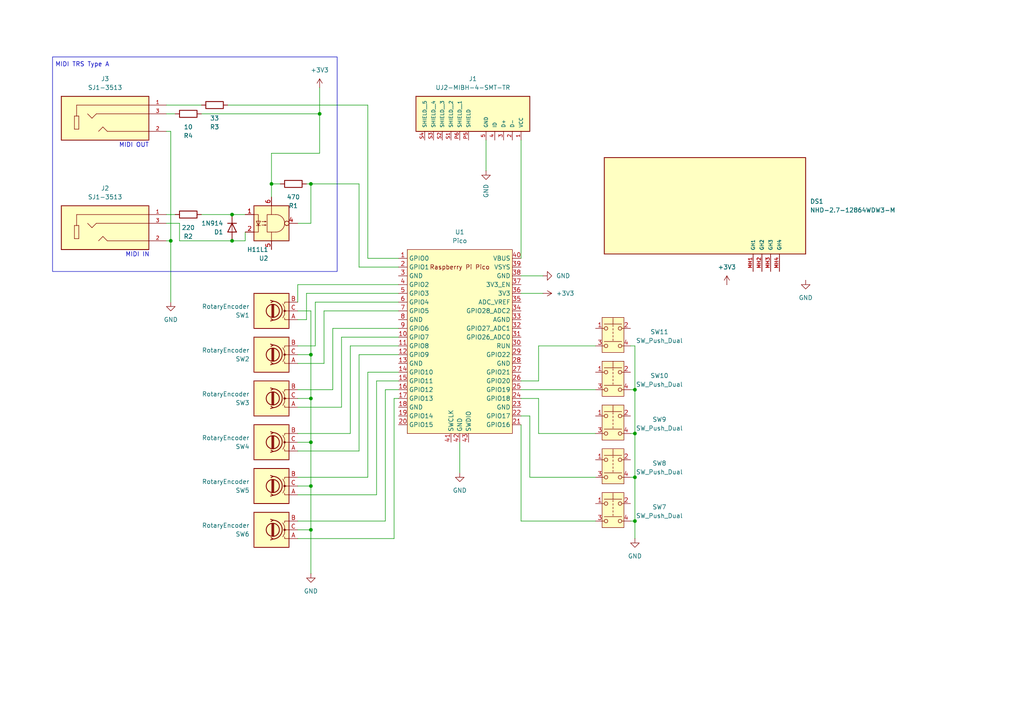
<source format=kicad_sch>
(kicad_sch (version 20231120) (generator "eeschema") (generator_version "8.0")
  (paper "A4")
  (title_block (title "Microgroove") (date "2024-03-13") (rev "v1.1") (comment 4 "https://github.com/afternoon/microgroove"))
  (lib_symbols
    (symbol "Device:R" (pin_numbers hide) (pin_names (offset 0))
      (property "Reference" "R" (at 2.032 0 90))
      (property "Value" "R" (at 0 0 90))
      (symbol "R_0_1"
        (rectangle (start -1.016 -2.54) (end 1.016 2.54) (stroke (width 0.254)))
      )
      (symbol "R_1_1"
        (pin passive line (at 0 3.81 270) (length 1.27) (name "~") (number "1"))
        (pin passive line (at 0 -3.81 90) (length 1.27) (name "~") (number "2"))
      )
    )
    (symbol "Device:RotaryEncoder" (pin_names (offset 0.254) hide)
      (property "Reference" "SW" (at 0 6.604 0))
      (property "Value" "RotaryEncoder" (at 0 -6.604 0))
      (symbol "RotaryEncoder_0_1"
        (rectangle (start -5.08 5.08) (end 5.08 -5.08) (stroke (width 0.254)) (fill (type background)))
        (circle (center -3.81 0) (radius 0.254) (fill (type outline)))
        (circle (center -0.381 0) (radius 1.905) (stroke (width 0.254)))
        (arc (start -0.381 2.667) (mid -3.0988 -0.0635) (end -0.381 -2.794) (stroke (width 0.254)))
        (polyline (pts (xy -0.635 -1.778) (xy -0.635 1.778)) (stroke (width 0.254)))
        (polyline (pts (xy -0.381 -1.778) (xy -0.381 1.778)) (stroke (width 0.254)))
        (polyline (pts (xy -0.127 1.778) (xy -0.127 -1.778)) (stroke (width 0.254)))
        (polyline (pts (xy -5.08 -2.54) (xy -3.81 -2.54) (xy -3.81 -2.032)))
        (polyline (pts (xy -5.08 2.54) (xy -3.81 2.54) (xy -3.81 2.032)))
        (polyline (pts (xy 0.254 -3.048) (xy -0.508 -2.794) (xy 0.127 -2.413)) (stroke (width 0.254)))
        (polyline (pts (xy 0.254 2.921) (xy -0.508 2.667) (xy 0.127 2.286)) (stroke (width 0.254)))
        (polyline (pts (xy -5.08 0) (xy -3.81 0) (xy -3.81 -1.016) (xy -3.302 -2.032)))
        (polyline (pts (xy -4.318 0) (xy -3.81 0) (xy -3.81 1.016) (xy -3.302 2.032)))
      )
      (symbol "RotaryEncoder_1_1"
        (pin passive line (at -7.62 2.54 0) (length 2.54) (name "A") (number "A"))
        (pin passive line (at -7.62 -2.54 0) (length 2.54) (name "B") (number "B"))
        (pin passive line (at -7.62 0 0) (length 2.54) (name "C") (number "C"))
      )
    )
    (symbol "Diode:1N914" (pin_numbers hide) (pin_names hide)
      (property "Reference" "D" (at 0 2.54 0))
      (property "Value" "1N914" (at 0 -2.54 0))
      (symbol "1N914_0_1"
        (polyline (pts (xy -1.27 1.27) (xy -1.27 -1.27)) (stroke (width 0.254)))
        (polyline (pts (xy 1.27 0) (xy -1.27 0)))
        (polyline (pts (xy 1.27 1.27) (xy 1.27 -1.27) (xy -1.27 0) (xy 1.27 1.27)) (stroke (width 0.254)))
      )
      (symbol "1N914_1_1"
        (pin passive line (at -3.81 0 0) (length 2.54) (name "K") (number "1"))
        (pin passive line (at 3.81 0 180) (length 2.54) (name "A") (number "2"))
      )
    )
    (symbol "Isolator:H11L1" (pin_names (offset 1.016))
      (property "Reference" "U" (at 1.27 8.89 0))
      (property "Value" "H11L1" (at 1.27 6.35 0))
      (symbol "H11L1_0_1"
        (rectangle (start -5.08 5.08) (end 5.08 -5.08) (stroke (width 0.254)) (fill (type background)))
        (polyline (pts (xy -4.445 -0.635) (xy -3.175 -0.635)))
        (polyline (pts (xy 0 2.54) (xy 0 5.08)))
        (polyline (pts (xy 0 -2.54) (xy 0 -5.08) (xy 0 -3.81)))
        (polyline (pts (xy -5.08 -2.54) (xy -3.81 -2.54) (xy -3.81 2.54) (xy -5.08 2.54)))
        (polyline (pts (xy -3.81 -0.635) (xy -4.445 0.635) (xy -3.175 0.635) (xy -3.81 -0.635)))
        (polyline (pts (xy 1.27 -2.54) (xy -1.27 -2.54) (xy -1.27 2.54) (xy 1.27 2.54)))
        (polyline (pts (xy -2.794 -0.508) (xy -1.524 -0.508) (xy -1.905 -0.635) (xy -1.905 -0.381) (xy -1.524 -0.508)))
        (polyline (pts (xy -2.794 0.508) (xy -1.524 0.508) (xy -1.905 0.381) (xy -1.905 0.635) (xy -1.524 0.508)))
        (arc (start 1.27 -2.54) (mid 3.799 0) (end 1.27 2.54))
      )
      (symbol "H11L1_1_1"
        (pin passive line (at -7.62 2.54 0) (length 2.54) (name "~") (number "1"))
        (pin passive line (at -7.62 -2.54 0) (length 2.54) (name "~") (number "2"))
        (pin no_connect line (at -5.08 0 0) (length 2.54) hide (name "~") (number "3"))
        (pin output inverted (at 7.62 0 180) (length 3.81) (name "~") (number "4"))
        (pin power_in line (at 0 -7.62 90) (length 2.54) (name "~") (number "5"))
        (pin power_in line (at 0 7.62 270) (length 2.54) (name "~") (number "6"))
      )
    )
    (symbol "MCU_RaspberryPi_and_Boards:Pico"
      (property "Reference" "U" (at -13.97 27.94 0))
      (property "Value" "Pico" (at 0 19.05 0))
      (symbol "Pico_0_0"
        (text "Raspberry Pi Pico" (at 0 21.59 0) (effects (font (size 1.27 1.27))))
      )
      (symbol "Pico_0_1"
        (rectangle (start -15.24 26.67) (end 15.24 -26.67) (fill (type background)))
      )
      (symbol "Pico_1_1"
        (pin bidirectional line (at -17.78 24.13 0) (length 2.54) (name "GPIO0") (number "1"))
        (pin bidirectional line (at -17.78 1.27 0) (length 2.54) (name "GPIO7") (number "10"))
        (pin bidirectional line (at -17.78 -1.27 0) (length 2.54) (name "GPIO8") (number "11"))
        (pin bidirectional line (at -17.78 -3.81 0) (length 2.54) (name "GPIO9") (number "12"))
        (pin power_in line (at -17.78 -6.35 0) (length 2.54) (name "GND") (number "13"))
        (pin bidirectional line (at -17.78 -8.89 0) (length 2.54) (name "GPIO10") (number "14"))
        (pin bidirectional line (at -17.78 -11.43 0) (length 2.54) (name "GPIO11") (number "15"))
        (pin bidirectional line (at -17.78 -13.97 0) (length 2.54) (name "GPIO12") (number "16"))
        (pin bidirectional line (at -17.78 -16.51 0) (length 2.54) (name "GPIO13") (number "17"))
        (pin power_in line (at -17.78 -19.05 0) (length 2.54) (name "GND") (number "18"))
        (pin bidirectional line (at -17.78 -21.59 0) (length 2.54) (name "GPIO14") (number "19"))
        (pin bidirectional line (at -17.78 21.59 0) (length 2.54) (name "GPIO1") (number "2"))
        (pin bidirectional line (at -17.78 -24.13 0) (length 2.54) (name "GPIO15") (number "20"))
        (pin bidirectional line (at 17.78 -24.13 180) (length 2.54) (name "GPIO16") (number "21"))
        (pin bidirectional line (at 17.78 -21.59 180) (length 2.54) (name "GPIO17") (number "22"))
        (pin power_in line (at 17.78 -19.05 180) (length 2.54) (name "GND") (number "23"))
        (pin bidirectional line (at 17.78 -16.51 180) (length 2.54) (name "GPIO18") (number "24"))
        (pin bidirectional line (at 17.78 -13.97 180) (length 2.54) (name "GPIO19") (number "25"))
        (pin bidirectional line (at 17.78 -11.43 180) (length 2.54) (name "GPIO20") (number "26"))
        (pin bidirectional line (at 17.78 -8.89 180) (length 2.54) (name "GPIO21") (number "27"))
        (pin power_in line (at 17.78 -6.35 180) (length 2.54) (name "GND") (number "28"))
        (pin bidirectional line (at 17.78 -3.81 180) (length 2.54) (name "GPIO22") (number "29"))
        (pin power_in line (at -17.78 19.05 0) (length 2.54) (name "GND") (number "3"))
        (pin input line (at 17.78 -1.27 180) (length 2.54) (name "RUN") (number "30"))
        (pin bidirectional line (at 17.78 1.27 180) (length 2.54) (name "GPIO26_ADC0") (number "31"))
        (pin bidirectional line (at 17.78 3.81 180) (length 2.54) (name "GPIO27_ADC1") (number "32"))
        (pin power_in line (at 17.78 6.35 180) (length 2.54) (name "AGND") (number "33"))
        (pin bidirectional line (at 17.78 8.89 180) (length 2.54) (name "GPIO28_ADC2") (number "34"))
        (pin power_in line (at 17.78 11.43 180) (length 2.54) (name "ADC_VREF") (number "35"))
        (pin power_in line (at 17.78 13.97 180) (length 2.54) (name "3V3") (number "36"))
        (pin input line (at 17.78 16.51 180) (length 2.54) (name "3V3_EN") (number "37"))
        (pin bidirectional line (at 17.78 19.05 180) (length 2.54) (name "GND") (number "38"))
        (pin power_in line (at 17.78 21.59 180) (length 2.54) (name "VSYS") (number "39"))
        (pin bidirectional line (at -17.78 16.51 0) (length 2.54) (name "GPIO2") (number "4"))
        (pin power_in line (at 17.78 24.13 180) (length 2.54) (name "VBUS") (number "40"))
        (pin input line (at -2.54 -29.21 90) (length 2.54) (name "SWCLK") (number "41"))
        (pin power_in line (at 0 -29.21 90) (length 2.54) (name "GND") (number "42"))
        (pin bidirectional line (at 2.54 -29.21 90) (length 2.54) (name "SWDIO") (number "43"))
        (pin bidirectional line (at -17.78 13.97 0) (length 2.54) (name "GPIO3") (number "5"))
        (pin bidirectional line (at -17.78 11.43 0) (length 2.54) (name "GPIO4") (number "6"))
        (pin bidirectional line (at -17.78 8.89 0) (length 2.54) (name "GPIO5") (number "7"))
        (pin power_in line (at -17.78 6.35 0) (length 2.54) (name "GND") (number "8"))
        (pin bidirectional line (at -17.78 3.81 0) (length 2.54) (name "GPIO6") (number "9"))
      )
    )
    (symbol "NHD-2.7-12864WDW3-M:NHD-2.7-12864WDW3-M" (pin_names (offset 1.016))
      (property "Reference" "DS" (at 34.29 7.62 0))
      (property "Value" "NHD-2.7-12864WDW3-M" (at 34.29 5.08 0))
      (symbol "NHD-2.7-12864WDW3-M_0_0"
        (rectangle (start 5.08 -55.88) (end 33.02 2.54) (stroke (width 0.254)) (fill (type background)))
        (pin bidirectional line (at 0 -40.64 0) (length 5.08) (name "GH1") (number "MH1"))
        (pin bidirectional line (at 0 -43.18 0) (length 5.08) (name "GH2") (number "MH2"))
        (pin bidirectional line (at 0 -45.72 0) (length 5.08) (name "GH3") (number "MH3"))
        (pin bidirectional line (at 0 -48.26 0) (length 5.08) (name "GH4") (number "MH4"))
      )
    )
    (symbol "SJ1-3513:SJ1-3513" (pin_names (offset 1.016))
      (property "Reference" "J" (at -12.7049 7.6229 0))
      (property "Value" "SJ1-3513" (at -12.7216 -12.7216 0))
      (symbol "SJ1-3513_0_0"
        (rectangle (start -12.7 -7.62) (end 12.7 5.08) (stroke (width 0.254)) (fill (type background)))
        (polyline (pts (xy -8.89 -4.445) (xy -7.62 -4.445)) (stroke (width 0.1524)))
        (polyline (pts (xy -8.89 -0.635) (xy -8.89 -4.445)) (stroke (width 0.1524)))
        (polyline (pts (xy -8.255 -0.635) (xy -8.89 -0.635)) (stroke (width 0.1524)))
        (polyline (pts (xy -8.255 2.54) (xy -8.255 -0.635)) (stroke (width 0.1524)))
        (polyline (pts (xy -7.62 -4.445) (xy -7.62 -0.635)) (stroke (width 0.1524)))
        (polyline (pts (xy -7.62 -0.635) (xy -8.255 -0.635)) (stroke (width 0.1524)))
        (polyline (pts (xy -3.81 -1.27) (xy -5.08 0)) (stroke (width 0.1524)))
        (polyline (pts (xy -2.54 0) (xy -3.81 -1.27)) (stroke (width 0.1524)))
        (polyline (pts (xy -0.635 -3.81) (xy -1.905 -5.08)) (stroke (width 0.1524)))
        (polyline (pts (xy 0.635 -5.08) (xy -0.635 -3.81)) (stroke (width 0.1524)))
        (polyline (pts (xy 12.7 -5.08) (xy 0.635 -5.08)) (stroke (width 0.1524)))
        (polyline (pts (xy 12.7 0) (xy -2.54 0)) (stroke (width 0.1524)))
        (polyline (pts (xy 12.7 2.54) (xy -8.255 2.54)) (stroke (width 0.1524)))
        (pin passive line (at 17.78 2.54 180) (length 5.08) (name "~") (number "1"))
        (pin passive line (at 17.78 -5.08 180) (length 5.08) (name "~") (number "2"))
        (pin passive line (at 17.78 0 180) (length 5.08) (name "~") (number "3"))
      )
    )
    (symbol "Switch:SW_Push_Dual" (pin_names (offset 1.016) hide)
      (property "Reference" "SW" (at 0 7.62 0))
      (property "Value" "SW_Push_Dual" (at 0 -6.35 0))
      (symbol "SW_Push_Dual_0_1"
        (circle (center -2.032 -2.54) (radius 0.508))
        (circle (center -2.032 2.54) (radius 0.508))
        (polyline (pts (xy 0 -0.508) (xy 0 -1.016)))
        (polyline (pts (xy 0 0.508) (xy 0 0)))
        (polyline (pts (xy 0 1.016) (xy 0 1.524)))
        (polyline (pts (xy 0 2.032) (xy 0 2.54)))
        (polyline (pts (xy 0 3.048) (xy 0 3.556)))
        (polyline (pts (xy 0 3.81) (xy 0 5.588)))
        (polyline (pts (xy 2.54 -1.27) (xy -2.54 -1.27)))
        (polyline (pts (xy 2.54 3.81) (xy -2.54 3.81)))
        (circle (center 2.032 -2.54) (radius 0.508))
        (circle (center 2.032 2.54) (radius 0.508))
        (pin passive line (at -5.08 2.54 0) (length 2.54) (name "1") (number "1"))
        (pin passive line (at 5.08 2.54 180) (length 2.54) (name "2") (number "2"))
        (pin passive line (at -5.08 -2.54 0) (length 2.54) (name "3") (number "3"))
        (pin passive line (at 5.08 -2.54 180) (length 2.54) (name "4") (number "4"))
      )
      (symbol "SW_Push_Dual_1_1"
        (rectangle (start -3.175 5.715) (end 3.175 -4.445) (fill (type background)))
      )
    )
    (symbol "UJ2-MIBH-4-SMT-TR:UJ2-MIBH-4-SMT-TR" (pin_names (offset 1.016))
      (property "Reference" "J" (at -5.08 10.6934 0))
      (property "Value" "UJ2-MIBH-4-SMT-TR" (at -5.08 -25.4254 0))
      (symbol "UJ2-MIBH-4-SMT-TR_0_0"
        (rectangle (start -5.08 -22.86) (end 5.08 10.16) (stroke (width 0.254)) (fill (type background)))
        (pin power_in line (at 7.62 7.62 180) (length 2.54) (name "VCC") (number "1"))
        (pin bidirectional line (at 7.62 5.08 180) (length 2.54) (name "D-") (number "2"))
        (pin bidirectional line (at 7.62 2.54 180) (length 2.54) (name "D+") (number "3"))
        (pin bidirectional line (at 7.62 0 180) (length 2.54) (name "ID") (number "4"))
        (pin power_in line (at 7.62 -2.54 180) (length 2.54) (name "GND") (number "5"))
        (pin passive line (at 7.62 -7.62 180) (length 2.54) (name "SHIELD") (number "P5"))
        (pin passive line (at 7.62 -10.16 180) (length 2.54) (name "SHIELD__1") (number "P6"))
        (pin passive line (at 7.62 -12.7 180) (length 2.54) (name "SHIELD__2") (number "S1"))
        (pin passive line (at 7.62 -15.24 180) (length 2.54) (name "SHIELD__3") (number "S2"))
        (pin passive line (at 7.62 -17.78 180) (length 2.54) (name "SHIELD__4") (number "S3"))
        (pin passive line (at 7.62 -20.32 180) (length 2.54) (name "SHIELD__5") (number "S4"))
      )
    )
    (symbol "power:+3V3" (power) (pin_numbers hide) (pin_names (offset 0) hide)
      (property "Value" "+3V3" (at 0 3.556 0))
      (symbol "+3V3_0_1"
        (polyline (pts (xy -0.762 1.27) (xy 0 2.54)))
        (polyline (pts (xy 0 0) (xy 0 2.54)))
        (polyline (pts (xy 0 2.54) (xy 0.762 1.27)))
      )
      (symbol "+3V3_1_1"
        (pin power_in line (at 0 0 90) (length 0) (name "~") (number "1"))
      )
    )
    (symbol "power:GND" (power) (pin_numbers hide) (pin_names (offset 0) hide)
      (property "Value" "GND" (at 0 -3.81 0))
      (symbol "GND_0_1"
        (polyline (pts (xy 0 0) (xy 0 -1.27) (xy 1.27 -1.27) (xy 0 -2.54) (xy -1.27 -1.27) (xy 0 -1.27)))
      )
      (symbol "GND_1_1"
        (pin power_in line (at 0 0 270) (length 0) (name "~") (number "1"))
      )
    )
    (symbol "power:VCC" (power) (pin_numbers hide) (pin_names (offset 0) hide)
      (property "Value" "VCC" (at 0 3.556 0))
      (symbol "VCC_0_1"
        (polyline (pts (xy -0.762 1.27) (xy 0 2.54)))
        (polyline (pts (xy 0 0) (xy 0 2.54)))
        (polyline (pts (xy 0 2.54) (xy 0.762 1.27)))
      )
      (symbol "VCC_1_1"
        (pin power_in line (at 0 0 90) (length 0) (name "~") (number "1"))
      )
    )
  )
  (junction (at 90.17 115.57))
  (junction (at 90.17 153.67))
  (junction (at 67.31 69.85))
  (junction (at 92.71 33.02))
  (junction (at 184.15 138.43))
  (junction (at 90.17 102.87))
  (junction (at 78.74 53.34))
  (junction (at 184.15 125.73))
  (junction (at 184.15 151.13))
  (junction (at 184.15 113.03))
  (junction (at 90.17 140.97))
  (junction (at 90.17 128.27))
  (junction (at 67.31 62.23))
  (junction (at 49.53 69.85))
  (junction (at 90.17 53.34))
  (wire (pts (xy 114.3 156.21) (xy 114.3 115.57)))
  (wire (pts (xy 71.12 69.85) (xy 67.31 69.85)))
  (wire (pts (xy 90.17 53.34) (xy 104.14 53.34)))
  (wire (pts (xy 101.6 125.73) (xy 101.6 100.33)))
  (wire (pts (xy 86.36 113.03) (xy 96.52 113.03)))
  (wire (pts (xy 71.12 62.23) (xy 67.31 62.23)))
  (wire (pts (xy 91.44 100.33) (xy 91.44 87.63)))
  (wire (pts (xy 182.88 125.73) (xy 184.15 125.73)))
  (wire (pts (xy 49.53 69.85) (xy 49.53 38.1)))
  (wire (pts (xy 86.36 153.67) (xy 90.17 153.67)))
  (wire (pts (xy 151.13 113.03) (xy 172.72 113.03)))
  (wire (pts (xy 86.36 128.27) (xy 90.17 128.27)))
  (wire (pts (xy 86.36 151.13) (xy 111.76 151.13)))
  (wire (pts (xy 133.35 128.27) (xy 133.35 137.16)))
  (wire (pts (xy 106.68 74.93) (xy 115.57 74.93)))
  (wire (pts (xy 114.3 115.57) (xy 115.57 115.57)))
  (wire (pts (xy 184.15 138.43) (xy 182.88 138.43)))
  (wire (pts (xy 50.8 62.23) (xy 48.26 62.23)))
  (wire (pts (xy 86.36 115.57) (xy 90.17 115.57)))
  (wire (pts (xy 99.06 97.79) (xy 115.57 97.79)))
  (wire (pts (xy 90.17 90.17) (xy 86.36 90.17)))
  (wire (pts (xy 93.98 105.41) (xy 93.98 90.17)))
  (wire (pts (xy 92.71 33.02) (xy 58.42 33.02)))
  (wire (pts (xy 184.15 100.33) (xy 182.88 100.33)))
  (wire (pts (xy 151.13 80.01) (xy 157.48 80.01)))
  (wire (pts (xy 86.36 102.87) (xy 90.17 102.87)))
  (wire (pts (xy 78.74 53.34) (xy 78.74 57.15)))
  (wire (pts (xy 106.68 107.95) (xy 115.57 107.95)))
  (wire (pts (xy 90.17 90.17) (xy 90.17 102.87)))
  (wire (pts (xy 92.71 44.45) (xy 92.71 33.02)))
  (wire (pts (xy 90.17 140.97) (xy 90.17 153.67)))
  (wire (pts (xy 111.76 113.03) (xy 115.57 113.03)))
  (wire (pts (xy 86.36 118.11) (xy 99.06 118.11)))
  (wire (pts (xy 81.28 53.34) (xy 78.74 53.34)))
  (wire (pts (xy 172.72 125.73) (xy 156.21 125.73)))
  (wire (pts (xy 67.31 69.85) (xy 52.07 69.85)))
  (wire (pts (xy 96.52 113.03) (xy 96.52 95.25)))
  (wire (pts (xy 90.17 128.27) (xy 90.17 140.97)))
  (wire (pts (xy 151.13 85.09) (xy 157.48 85.09)))
  (wire (pts (xy 104.14 102.87) (xy 115.57 102.87)))
  (wire (pts (xy 104.14 53.34) (xy 104.14 77.47)))
  (wire (pts (xy 90.17 153.67) (xy 90.17 166.37)))
  (wire (pts (xy 86.36 125.73) (xy 101.6 125.73)))
  (wire (pts (xy 140.97 40.64) (xy 140.97 49.53)))
  (wire (pts (xy 88.9 85.09) (xy 88.9 92.71)))
  (wire (pts (xy 109.22 110.49) (xy 115.57 110.49)))
  (wire (pts (xy 86.36 130.81) (xy 104.14 130.81)))
  (wire (pts (xy 151.13 123.19) (xy 151.13 151.13)))
  (wire (pts (xy 86.36 140.97) (xy 90.17 140.97)))
  (wire (pts (xy 86.36 143.51) (xy 109.22 143.51)))
  (wire (pts (xy 101.6 100.33) (xy 115.57 100.33)))
  (wire (pts (xy 71.12 67.31) (xy 71.12 69.85)))
  (wire (pts (xy 78.74 53.34) (xy 78.74 44.45)))
  (wire (pts (xy 184.15 138.43) (xy 184.15 125.73)))
  (wire (pts (xy 115.57 85.09) (xy 88.9 85.09)))
  (wire (pts (xy 156.21 115.57) (xy 156.21 125.73)))
  (wire (pts (xy 86.36 100.33) (xy 91.44 100.33)))
  (wire (pts (xy 92.71 25.4) (xy 92.71 33.02)))
  (wire (pts (xy 52.07 69.85) (xy 52.07 64.77)))
  (wire (pts (xy 184.15 125.73) (xy 184.15 113.03)))
  (wire (pts (xy 86.36 156.21) (xy 114.3 156.21)))
  (wire (pts (xy 86.36 105.41) (xy 93.98 105.41)))
  (wire (pts (xy 151.13 151.13) (xy 172.72 151.13)))
  (wire (pts (xy 104.14 77.47) (xy 115.57 77.47)))
  (wire (pts (xy 90.17 115.57) (xy 90.17 128.27)))
  (wire (pts (xy 86.36 92.71) (xy 88.9 92.71)))
  (wire (pts (xy 184.15 113.03) (xy 184.15 100.33)))
  (wire (pts (xy 106.68 138.43) (xy 106.68 107.95)))
  (wire (pts (xy 49.53 69.85) (xy 48.26 69.85)))
  (wire (pts (xy 151.13 110.49) (xy 156.21 110.49)))
  (wire (pts (xy 90.17 53.34) (xy 90.17 64.77)))
  (wire (pts (xy 66.04 30.48) (xy 106.68 30.48)))
  (wire (pts (xy 52.07 64.77) (xy 48.26 64.77)))
  (wire (pts (xy 106.68 30.48) (xy 106.68 74.93)))
  (wire (pts (xy 88.9 53.34) (xy 90.17 53.34)))
  (wire (pts (xy 104.14 130.81) (xy 104.14 102.87)))
  (wire (pts (xy 49.53 69.85) (xy 49.53 87.63)))
  (wire (pts (xy 86.36 64.77) (xy 90.17 64.77)))
  (wire (pts (xy 86.36 87.63) (xy 86.36 82.55)))
  (wire (pts (xy 86.36 138.43) (xy 106.68 138.43)))
  (wire (pts (xy 58.42 30.48) (xy 48.26 30.48)))
  (wire (pts (xy 184.15 151.13) (xy 182.88 151.13)))
  (wire (pts (xy 156.21 100.33) (xy 156.21 110.49)))
  (wire (pts (xy 78.74 44.45) (xy 92.71 44.45)))
  (wire (pts (xy 50.8 33.02) (xy 48.26 33.02)))
  (wire (pts (xy 172.72 138.43) (xy 153.67 138.43)))
  (wire (pts (xy 182.88 113.03) (xy 184.15 113.03)))
  (wire (pts (xy 86.36 82.55) (xy 115.57 82.55)))
  (wire (pts (xy 184.15 151.13) (xy 184.15 138.43)))
  (wire (pts (xy 49.53 38.1) (xy 48.26 38.1)))
  (wire (pts (xy 96.52 95.25) (xy 115.57 95.25)))
  (wire (pts (xy 151.13 40.64) (xy 151.13 74.93)))
  (wire (pts (xy 91.44 87.63) (xy 115.57 87.63)))
  (wire (pts (xy 172.72 100.33) (xy 156.21 100.33)))
  (wire (pts (xy 67.31 62.23) (xy 58.42 62.23)))
  (wire (pts (xy 93.98 90.17) (xy 115.57 90.17)))
  (wire (pts (xy 99.06 118.11) (xy 99.06 97.79)))
  (wire (pts (xy 90.17 102.87) (xy 90.17 115.57)))
  (wire (pts (xy 109.22 143.51) (xy 109.22 110.49)))
  (wire (pts (xy 153.67 120.65) (xy 153.67 138.43)))
  (wire (pts (xy 151.13 115.57) (xy 156.21 115.57)))
  (wire (pts (xy 153.67 120.65) (xy 151.13 120.65)))
  (wire (pts (xy 111.76 151.13) (xy 111.76 113.03)))
  (wire (pts (xy 184.15 156.21) (xy 184.15 151.13)))
  (rectangle (start 97.79 78.74) (end 15.24 16.51))
  (text "MIDI TRS Type A" (at 23.876 18.796 0) (effects (font (size 1.27 1.27))))
  (text "MIDI IN" (at 39.878 73.914 0) (effects (font (size 1.27 1.27))))
  (text "MIDI OUT" (at 38.862 42.164 0) (effects (font (size 1.27 1.27))))
  (symbol (lib_id "power:VCC") (at 92.71 25.4 0) (unit 1)
    (property "Reference" "#PWR013" (effects (hide yes)))
    (property "Value" "+3V3" (at 92.71 20.32 0))
    (property "Description" "Power symbol creates a global label with name \"VCC\"" (effects (hide yes)))
  )
  (symbol (lib_id "SJ1-3513:SJ1-3513") (at 30.48 64.77 0) (unit 1)
    (property "Reference" "J2" (at 30.48 54.61 0))
    (property "Value" "SJ1-3513" (at 30.48 57.15 0))
    (property "Footprint" "SJ1-3513:CUI_SJ1-3513" (effects (hide yes)))
    (property "PARTREV" "1.03" (effects (hide yes)))
    (property "STANDARD" "Manufacturer recommendation" (effects (hide yes)))
    (property "MANUFACTURER" "CUI" (effects (hide yes)))
  )
  (symbol (lib_id "Device:RotaryEncoder") (at 78.74 115.57 180) (unit 1)
    (property "Reference" "SW3" (at 72.39 116.8401 0) (effects (justify left)))
    (property "Value" "RotaryEncoder" (at 72.39 114.3001 0) (effects (justify left)))
    (property "Description" "Rotary encoder, dual channel, incremental quadrate outputs" (effects (hide yes)))
  )
  (symbol (lib_id "Device:RotaryEncoder") (at 78.74 153.67 180) (unit 1)
    (property "Reference" "SW6" (at 72.39 154.9401 0) (effects (justify left)))
    (property "Value" "RotaryEncoder" (at 72.39 152.4001 0) (effects (justify left)))
    (property "Description" "Rotary encoder, dual channel, incremental quadrate outputs" (effects (hide yes)))
  )
  (symbol (lib_id "Switch:SW_Push_Dual") (at 177.8 135.89 0) (unit 1)
    (property "Reference" "SW8" (at 191.262 134.366 0))
    (property "Value" "SW_Push_Dual" (at 191.262 136.906 0))
    (property "Description" "Push button switch, generic, symbol, four pins" (effects (hide yes)))
  )
  (symbol (lib_id "Switch:SW_Push_Dual") (at 177.8 148.59 0) (unit 1)
    (property "Reference" "SW7" (at 191.262 147.066 0))
    (property "Value" "SW_Push_Dual" (at 191.262 149.606 0))
    (property "Description" "Push button switch, generic, symbol, four pins" (effects (hide yes)))
  )
  (symbol (lib_id "power:+3V3") (at 157.48 85.09 270) (unit 1)
    (property "Reference" "#PWR019" (effects (hide yes)))
    (property "Value" "+3V3" (at 161.29 85.0899 90) (effects (justify left)))
    (property "Description" "Power symbol creates a global label with name \"+3V3\"" (effects (hide yes)))
  )
  (symbol (lib_id "Device:R") (at 54.61 33.02 270) (unit 1)
    (property "Reference" "R4" (at 54.61 39.37 90))
    (property "Value" "10" (at 54.61 36.83 90))
    (property "Description" "Resistor" (effects (hide yes)))
  )
  (symbol (lib_id "power:GND") (at 184.15 156.21 0) (unit 1)
    (property "Reference" "#PWR012" (effects (hide yes)))
    (property "Value" "GND" (at 184.15 161.29 0))
    (property "Description" "Power symbol creates a global label with name \"GND\" , ground" (effects (hide yes)))
  )
  (symbol (lib_id "Device:R") (at 54.61 62.23 270) (unit 1)
    (property "Reference" "R2" (at 54.61 68.58 90))
    (property "Value" "220" (at 54.61 66.04 90))
    (property "Description" "Resistor" (effects (hide yes)))
  )
  (symbol (lib_id "power:GND") (at 233.68 81.28 0) (unit 1)
    (property "Reference" "#PWR016" (effects (hide yes)))
    (property "Value" "GND" (at 233.68 86.36 0))
    (property "Description" "Power symbol creates a global label with name \"GND\" , ground" (effects (hide yes)))
  )
  (symbol (lib_id "Diode:1N914") (at 67.31 66.04 270) (unit 1)
    (property "Reference" "D1" (at 64.77 67.3101 90) (effects (justify right)))
    (property "Value" "1N914" (at 64.77 64.7701 90) (effects (justify right)))
    (property "Footprint" "Diode_THT:D_DO-35_SOD27_P7.62mm_Horizontal" (effects (hide yes)))
    (property "Datasheet" "http://www.vishay.com/docs/85622/1n914.pdf" (effects (hide yes)))
    (property "Description" "100V 0.3A Small Signal Fast Switching Diode, DO-35" (effects (hide yes)))
    (property "Sim.Device" "D" (effects (hide yes)))
    (property "Sim.Pins" "1=K 2=A" (effects (hide yes)))
  )
  (symbol (lib_id "Switch:SW_Push_Dual") (at 177.8 123.19 0) (unit 1)
    (property "Reference" "SW9" (at 191.262 121.666 0))
    (property "Value" "SW_Push_Dual" (at 191.262 124.206 0))
    (property "Description" "Push button switch, generic, symbol, four pins" (effects (hide yes)))
  )
  (symbol (lib_id "Device:RotaryEncoder") (at 78.74 102.87 180) (unit 1)
    (property "Reference" "SW2" (at 72.39 104.1401 0) (effects (justify left)))
    (property "Value" "RotaryEncoder" (at 72.39 101.6001 0) (effects (justify left)))
    (property "Description" "Rotary encoder, dual channel, incremental quadrate outputs" (effects (hide yes)))
  )
  (symbol (lib_id "Isolator:H11L1") (at 78.74 64.77 0) (unit 1)
    (property "Reference" "U2" (at 77.8511 74.93 0) (effects (justify right)))
    (property "Value" "H11L1" (at 77.8511 72.39 0) (effects (justify right)))
    (property "Datasheet" "https://www.onsemi.com/pub/Collateral/H11L3M-D.PDF" (effects (hide yes)))
    (property "Description" "Schmitt Trigger Output Optocoupler, High Speed, DIP-6, 1.6mA turn on threshold" (effects (hide yes)))
  )
  (symbol (lib_id "power:GND") (at 157.48 80.01 90) (unit 1)
    (property "Reference" "#PWR015" (effects (hide yes)))
    (property "Value" "GND" (at 161.29 80.0099 90) (effects (justify right)))
    (property "Description" "Power symbol creates a global label with name \"GND\" , ground" (effects (hide yes)))
  )
  (symbol (lib_id "NHD-2.7-12864WDW3-M:NHD-2.7-12864WDW3-M") (at 177.8 78.74 90) (unit 1)
    (property "Reference" "DS1" (at 234.95 58.4199 90) (effects (justify right)))
    (property "Value" "NHD-2.7-12864WDW3-M" (at 234.95 60.9599 90) (effects (justify right)))
    (property "Footprint" "NHD-2.7-12864WDW3-M:NHD2712864WDW3-M" (effects (hide yes)))
    (property "MANUFACTURER_NAME" "Newhaven Display" (effects (hide yes)))
    (property "MF" "Newhaven Display Intl" (effects (hide yes)))
    (property "MOUSER_PRICE-STOCK" "https://www.mouser.co.uk/ProductDetail/Newhaven-Display/NHD-2.7-12864WDW3?qs=EU6FO9ffTwf2tAy5%2FRPmRA%3D%3D" (effects (hide yes)))
    (property "DESCRIPTION" "LCD OLED GRAPHIC 128X64 WHT" (effects (hide yes)))
    (property "MOUSER_PART_NUMBER" "763-NHD2712864WDW3" (effects (hide yes)))
    (property "Price" "None" (effects (hide yes)))
    (property "Package" "None" (effects (hide yes)))
    (property "Check_prices" "https://www.snapeda.com/parts/NHD-2.7-12864WDW3-M/Newhaven+Display+Intl/view-part/?ref=eda" (effects (hide yes)))
    (property "HEIGHT" "6mm" (effects (hide yes)))
    (property "MP" "NHD-2.7-12864WDW3-M" (effects (hide yes)))
    (property "SnapEDA_Link" "https://www.snapeda.com/parts/NHD-2.7-12864WDW3-M/Newhaven+Display+Intl/view-part/?ref=snap" (effects (hide yes)))
    (property "Purchase-URL" "https://www.snapeda.com/api/url_track_click_mouser/?unipart_id=7271394&manufacturer=Newhaven Display Intl&part_name=NHD-2.7-12864WDW3-M&search_term=None" (effects (hide yes)))
    (property "Description_1" "\nGraphic LCD Display Module White OLED - Passive Matrix Parallel, 8-Bit, SPI 2.7 (68.58mm) 128 x 64\n" (effects (hide yes)))
    (property "Availability" "In Stock" (effects (hide yes)))
    (property "MANUFACTURER_PART_NUMBER" "NHD-2.7-12864WDW3" (effects (hide yes)))
  )
  (symbol (lib_id "Device:R") (at 85.09 53.34 270) (unit 1)
    (property "Reference" "R1" (at 85.09 59.69 90))
    (property "Value" "470" (at 85.09 57.15 90))
    (property "Description" "Resistor" (effects (hide yes)))
  )
  (symbol (lib_id "SJ1-3513:SJ1-3513") (at 30.48 33.02 0) (unit 1)
    (property "Reference" "J3" (at 30.48 22.86 0))
    (property "Value" "SJ1-3513" (at 30.48 25.4 0))
    (property "Footprint" "SJ1-3513:CUI_SJ1-3513" (effects (hide yes)))
    (property "PARTREV" "1.03" (effects (hide yes)))
    (property "STANDARD" "Manufacturer recommendation" (effects (hide yes)))
    (property "MANUFACTURER" "CUI" (effects (hide yes)))
  )
  (symbol (lib_id "Switch:SW_Push_Dual") (at 177.8 97.79 0) (unit 1)
    (property "Reference" "SW11" (at 191.262 96.266 0))
    (property "Value" "SW_Push_Dual" (at 191.262 98.806 0))
    (property "Description" "Push button switch, generic, symbol, four pins" (effects (hide yes)))
  )
  (symbol (lib_id "power:GND") (at 90.17 166.37 0) (unit 1)
    (property "Reference" "#PWR02" (effects (hide yes)))
    (property "Value" "GND" (at 90.17 171.45 0))
    (property "Description" "Power symbol creates a global label with name \"GND\" , ground" (effects (hide yes)))
  )
  (symbol (lib_id "power:GND") (at 49.53 87.63 0) (unit 1)
    (property "Reference" "#PWR05" (effects (hide yes)))
    (property "Value" "GND" (at 49.53 92.71 0))
    (property "Description" "Power symbol creates a global label with name \"GND\" , ground" (effects (hide yes)))
  )
  (symbol (lib_id "Device:RotaryEncoder") (at 78.74 140.97 180) (unit 1)
    (property "Reference" "SW5" (at 72.39 142.2401 0) (effects (justify left)))
    (property "Value" "RotaryEncoder" (at 72.39 139.7001 0) (effects (justify left)))
    (property "Description" "Rotary encoder, dual channel, incremental quadrate outputs" (effects (hide yes)))
  )
  (symbol (lib_id "Device:R") (at 62.23 30.48 270) (unit 1)
    (property "Reference" "R3" (at 62.23 36.83 90))
    (property "Value" "33" (at 62.23 34.29 90))
    (property "Description" "Resistor" (effects (hide yes)))
  )
  (symbol (lib_id "Switch:SW_Push_Dual") (at 177.8 110.49 0) (unit 1)
    (property "Reference" "SW10" (at 191.262 108.966 0))
    (property "Value" "SW_Push_Dual" (at 191.262 111.506 0))
    (property "Description" "Push button switch, generic, symbol, four pins" (effects (hide yes)))
  )
  (symbol (lib_id "UJ2-MIBH-4-SMT-TR:UJ2-MIBH-4-SMT-TR") (at 143.51 33.02 270) (unit 1)
    (property "Reference" "J1" (at 137.16 22.86 90))
    (property "Value" "UJ2-MIBH-4-SMT-TR" (at 137.16 25.4 90))
    (property "Footprint" "CUIDEVICES_UJ2-MIBH-4-SMT-TR" (effects (hide yes)))
    (property "Description" "1.01" (effects (hide yes)))
    (property "STANDARD" "Manufacturer Recommendations" (effects (hide yes)))
    (property "MAXIMUM_PACKAGE_HEIGHT" "2.45mm" (effects (hide yes)))
    (property "MANUFACTURER" "CUI Devices" (effects (hide yes)))
  )
  (symbol (lib_id "power:GND") (at 140.97 49.53 0) (unit 1)
    (property "Reference" "#PWR01" (effects (hide yes)))
    (property "Value" "GND" (at 140.9701 53.34 90) (effects (justify right)))
    (property "Description" "Power symbol creates a global label with name \"GND\" , ground" (effects (hide yes)))
  )
  (symbol (lib_id "MCU_RaspberryPi_and_Boards:Pico") (at 133.35 99.06 0) (unit 1)
    (property "Reference" "U1" (at 133.35 67.31 0))
    (property "Value" "Pico" (at 133.35 69.85 0))
    (property "Footprint" "RPi_Pico:RPi_Pico_SMD_TH" (effects (hide yes)))
  )
  (symbol (lib_id "power:GND") (at 133.35 137.16 0) (unit 1)
    (property "Reference" "#PWR04" (effects (hide yes)))
    (property "Value" "GND" (at 133.35 142.24 0))
    (property "Description" "Power symbol creates a global label with name \"GND\" , ground" (effects (hide yes)))
  )
  (symbol (lib_id "Device:RotaryEncoder") (at 78.74 128.27 180) (unit 1)
    (property "Reference" "SW4" (at 72.39 129.5401 0) (effects (justify left)))
    (property "Value" "RotaryEncoder" (at 72.39 127.0001 0) (effects (justify left)))
    (property "Description" "Rotary encoder, dual channel, incremental quadrate outputs" (effects (hide yes)))
  )
  (symbol (lib_id "power:+3V3") (at 210.82 82.55 0) (unit 1)
    (property "Reference" "#PWR03" (effects (hide yes)))
    (property "Value" "+3V3" (at 210.82 77.47 0))
    (property "Description" "Power symbol creates a global label with name \"+3V3\"" (effects (hide yes)))
  )
  (symbol (lib_id "Device:RotaryEncoder") (at 78.74 90.17 180) (unit 1)
    (property "Reference" "SW1" (at 72.39 91.4401 0) (effects (justify left)))
    (property "Value" "RotaryEncoder" (at 72.39 88.9001 0) (effects (justify left)))
    (property "Description" "Rotary encoder, dual channel, incremental quadrate outputs" (effects (hide yes)))
  )
)
</source>
